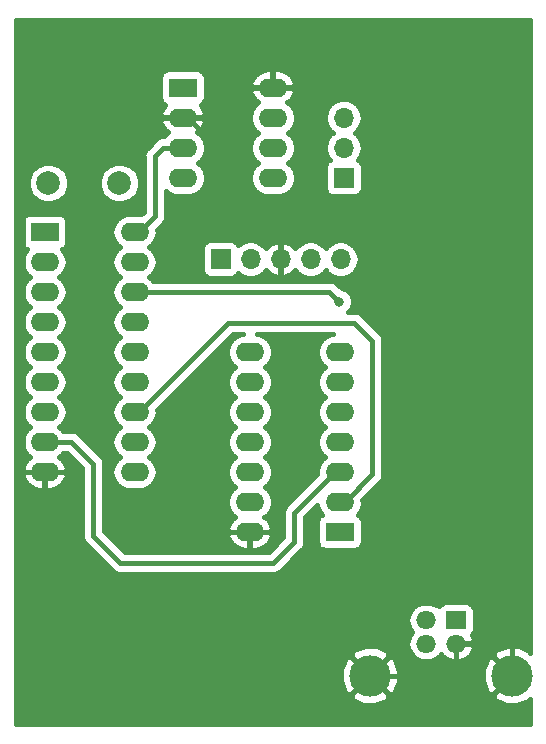
<source format=gbl>
G04 #@! TF.GenerationSoftware,KiCad,Pcbnew,5.0.0*
G04 #@! TF.CreationDate,2018-09-18T18:27:37-04:00*
G04 #@! TF.ProjectId,usbdbg,7573626462672E6B696361645F706362,rev?*
G04 #@! TF.SameCoordinates,Original*
G04 #@! TF.FileFunction,Copper,L2,Bot,Signal*
G04 #@! TF.FilePolarity,Positive*
%FSLAX46Y46*%
G04 Gerber Fmt 4.6, Leading zero omitted, Abs format (unit mm)*
G04 Created by KiCad (PCBNEW 5.0.0) date Tue Sep 18 18:27:37 2018*
%MOMM*%
%LPD*%
G01*
G04 APERTURE LIST*
G04 #@! TA.AperFunction,ComponentPad*
%ADD10R,1.700000X1.700000*%
G04 #@! TD*
G04 #@! TA.AperFunction,ComponentPad*
%ADD11O,1.700000X1.700000*%
G04 #@! TD*
G04 #@! TA.AperFunction,ComponentPad*
%ADD12R,2.400000X1.600000*%
G04 #@! TD*
G04 #@! TA.AperFunction,ComponentPad*
%ADD13O,2.400000X1.600000*%
G04 #@! TD*
G04 #@! TA.AperFunction,ComponentPad*
%ADD14R,1.700000X1.500000*%
G04 #@! TD*
G04 #@! TA.AperFunction,ComponentPad*
%ADD15O,1.700000X1.500000*%
G04 #@! TD*
G04 #@! TA.AperFunction,ComponentPad*
%ADD16C,3.500000*%
G04 #@! TD*
G04 #@! TA.AperFunction,ComponentPad*
%ADD17C,2.000000*%
G04 #@! TD*
G04 #@! TA.AperFunction,ViaPad*
%ADD18C,0.800000*%
G04 #@! TD*
G04 #@! TA.AperFunction,Conductor*
%ADD19C,0.440000*%
G04 #@! TD*
G04 APERTURE END LIST*
D10*
G04 #@! TO.P,J3,1*
G04 #@! TO.N,Net-(J3-Pad1)*
X151000000Y-72540000D03*
D11*
G04 #@! TO.P,J3,2*
G04 #@! TO.N,Net-(J3-Pad2)*
X151000000Y-70000000D03*
G04 #@! TO.P,J3,3*
G04 #@! TO.N,Net-(J3-Pad3)*
X151000000Y-67460000D03*
G04 #@! TD*
D12*
G04 #@! TO.P,U1,1*
G04 #@! TO.N,Net-(TP1-Pad1)*
X137380000Y-64920000D03*
D13*
G04 #@! TO.P,U1,5*
G04 #@! TO.N,+5V*
X145000000Y-72540000D03*
G04 #@! TO.P,U1,2*
G04 #@! TO.N,GND*
X137380000Y-67460000D03*
G04 #@! TO.P,U1,6*
G04 #@! TO.N,Net-(J3-Pad2)*
X145000000Y-70000000D03*
G04 #@! TO.P,U1,3*
G04 #@! TO.N,+5V*
X137380000Y-70000000D03*
G04 #@! TO.P,U1,7*
G04 #@! TO.N,Net-(J3-Pad3)*
X145000000Y-67460000D03*
G04 #@! TO.P,U1,4*
G04 #@! TO.N,Net-(TP2-Pad1)*
X137380000Y-72540000D03*
G04 #@! TO.P,U1,8*
G04 #@! TO.N,GND*
X145000000Y-64920000D03*
G04 #@! TD*
D10*
G04 #@! TO.P,J2,1*
G04 #@! TO.N,/ICSPCLK*
X140568000Y-79444000D03*
D11*
G04 #@! TO.P,J2,2*
G04 #@! TO.N,/ICSPDAT*
X143108000Y-79444000D03*
G04 #@! TO.P,J2,3*
G04 #@! TO.N,GND*
X145648000Y-79444000D03*
G04 #@! TO.P,J2,4*
G04 #@! TO.N,+5V*
X148188000Y-79444000D03*
G04 #@! TO.P,J2,5*
G04 #@! TO.N,/~MCLR*
X150728000Y-79444000D03*
G04 #@! TD*
D14*
G04 #@! TO.P,J1,1*
G04 #@! TO.N,Net-(J1-Pad1)*
X160500000Y-110000000D03*
D15*
G04 #@! TO.P,J1,2*
G04 #@! TO.N,/USB_D-*
X158000000Y-110000000D03*
G04 #@! TO.P,J1,3*
G04 #@! TO.N,/USB_D+*
X158000000Y-112000000D03*
G04 #@! TO.P,J1,4*
G04 #@! TO.N,GND*
X160500000Y-112000000D03*
D16*
G04 #@! TO.P,J1,5*
X165270000Y-114710000D03*
X153230000Y-114710000D03*
G04 #@! TD*
D12*
G04 #@! TO.P,U2,1*
G04 #@! TO.N,+5V*
X150668000Y-102544000D03*
D13*
G04 #@! TO.P,U2,8*
G04 #@! TO.N,/MOSI*
X143048000Y-87304000D03*
G04 #@! TO.P,U2,2*
G04 #@! TO.N,/CAN_INT*
X150668000Y-100004000D03*
G04 #@! TO.P,U2,9*
G04 #@! TO.N,/ICSPCLK*
X143048000Y-89844000D03*
G04 #@! TO.P,U2,3*
G04 #@! TO.N,/CLKOUT*
X150668000Y-97464000D03*
G04 #@! TO.P,U2,10*
G04 #@! TO.N,/ICSPDAT*
X143048000Y-92384000D03*
G04 #@! TO.P,U2,4*
G04 #@! TO.N,/~MCLR*
X150668000Y-94924000D03*
G04 #@! TO.P,U2,11*
G04 #@! TO.N,Net-(C2-Pad1)*
X143048000Y-94924000D03*
G04 #@! TO.P,U2,5*
G04 #@! TO.N,Net-(D2-Pad1)*
X150668000Y-92384000D03*
G04 #@! TO.P,U2,12*
G04 #@! TO.N,/USB_D-*
X143048000Y-97464000D03*
G04 #@! TO.P,U2,6*
G04 #@! TO.N,Net-(D1-Pad1)*
X150668000Y-89844000D03*
G04 #@! TO.P,U2,13*
G04 #@! TO.N,/USB_D+*
X143048000Y-100004000D03*
G04 #@! TO.P,U2,7*
G04 #@! TO.N,/CS*
X150668000Y-87304000D03*
G04 #@! TO.P,U2,14*
G04 #@! TO.N,GND*
X143048000Y-102544000D03*
G04 #@! TD*
D12*
G04 #@! TO.P,U3,1*
G04 #@! TO.N,Net-(TP1-Pad1)*
X125668000Y-77144000D03*
D13*
G04 #@! TO.P,U3,10*
G04 #@! TO.N,Net-(U3-Pad10)*
X133288000Y-97464000D03*
G04 #@! TO.P,U3,2*
G04 #@! TO.N,Net-(TP2-Pad1)*
X125668000Y-79684000D03*
G04 #@! TO.P,U3,11*
G04 #@! TO.N,Net-(U3-Pad11)*
X133288000Y-94924000D03*
G04 #@! TO.P,U3,3*
G04 #@! TO.N,Net-(U3-Pad3)*
X125668000Y-82224000D03*
G04 #@! TO.P,U3,12*
G04 #@! TO.N,/CAN_INT*
X133288000Y-92384000D03*
G04 #@! TO.P,U3,4*
G04 #@! TO.N,Net-(U3-Pad4)*
X125668000Y-84764000D03*
G04 #@! TO.P,U3,13*
G04 #@! TO.N,/ICSPDAT*
X133288000Y-89844000D03*
G04 #@! TO.P,U3,5*
G04 #@! TO.N,Net-(U3-Pad5)*
X125668000Y-87304000D03*
G04 #@! TO.P,U3,14*
G04 #@! TO.N,/MOSI*
X133288000Y-87304000D03*
G04 #@! TO.P,U3,6*
G04 #@! TO.N,Net-(U3-Pad6)*
X125668000Y-89844000D03*
G04 #@! TO.P,U3,15*
G04 #@! TO.N,/ICSPCLK*
X133288000Y-84764000D03*
G04 #@! TO.P,U3,7*
G04 #@! TO.N,Net-(U3-Pad7)*
X125668000Y-92384000D03*
G04 #@! TO.P,U3,16*
G04 #@! TO.N,/CS*
X133288000Y-82224000D03*
G04 #@! TO.P,U3,8*
G04 #@! TO.N,/CLKOUT*
X125668000Y-94924000D03*
G04 #@! TO.P,U3,17*
G04 #@! TO.N,+5V*
X133288000Y-79684000D03*
G04 #@! TO.P,U3,9*
G04 #@! TO.N,GND*
X125668000Y-97464000D03*
G04 #@! TO.P,U3,18*
G04 #@! TO.N,+5V*
X133288000Y-77144000D03*
G04 #@! TD*
D17*
G04 #@! TO.P,TP2,1*
G04 #@! TO.N,Net-(TP2-Pad1)*
X132000000Y-73000000D03*
G04 #@! TD*
G04 #@! TO.P,TP1,1*
G04 #@! TO.N,Net-(TP1-Pad1)*
X126000000Y-73000000D03*
G04 #@! TD*
D18*
G04 #@! TO.N,GND*
X158242000Y-105918000D03*
X146558000Y-108966000D03*
G04 #@! TO.N,/CS*
X150622000Y-83058000D03*
G04 #@! TD*
D19*
G04 #@! TO.N,GND*
X158641999Y-106317999D02*
X161181999Y-106317999D01*
X158242000Y-105918000D02*
X158641999Y-106317999D01*
X165270000Y-110406000D02*
X165270000Y-114710000D01*
X161181999Y-106317999D02*
X165270000Y-110406000D01*
X163676000Y-112000000D02*
X165270000Y-110406000D01*
X160500000Y-112000000D02*
X163676000Y-112000000D01*
X160966000Y-114710000D02*
X163676000Y-112000000D01*
X156718000Y-114710000D02*
X156718000Y-113792000D01*
X156718000Y-114710000D02*
X160966000Y-114710000D01*
X153230000Y-114710000D02*
X156718000Y-114710000D01*
X156718000Y-113792000D02*
X156718000Y-113030000D01*
X156718000Y-113030000D02*
X152654000Y-108966000D01*
X152654000Y-108966000D02*
X146558000Y-108966000D01*
X146558000Y-108966000D02*
X134112000Y-108966000D01*
X125668000Y-100522000D02*
X125668000Y-97464000D01*
X134112000Y-108966000D02*
X125668000Y-100522000D01*
X145648000Y-78241919D02*
X140000000Y-72593919D01*
X145648000Y-79444000D02*
X145648000Y-78241919D01*
X137780000Y-67460000D02*
X137380000Y-67460000D01*
X140000000Y-69680000D02*
X137780000Y-67460000D01*
X140000000Y-72593919D02*
X140000000Y-69680000D01*
X137380000Y-67460000D02*
X127540000Y-67460000D01*
X125668000Y-100522000D02*
X124522000Y-100522000D01*
X123807990Y-99807990D02*
X123807990Y-70192010D01*
X124522000Y-100522000D02*
X123807990Y-99807990D01*
X126540000Y-67460000D02*
X127540000Y-67460000D01*
X123807990Y-70192010D02*
X126540000Y-67460000D01*
G04 #@! TO.N,/CAN_INT*
X133688000Y-92384000D02*
X141236000Y-84836000D01*
X133288000Y-92384000D02*
X133688000Y-92384000D01*
X141236000Y-84836000D02*
X151892000Y-84836000D01*
X151892000Y-84836000D02*
X153416000Y-86360000D01*
X151068000Y-100004000D02*
X150668000Y-100004000D01*
X153416000Y-97656000D02*
X151068000Y-100004000D01*
X153416000Y-86360000D02*
X153416000Y-97656000D01*
G04 #@! TO.N,+5V*
X135740000Y-70000000D02*
X137380000Y-70000000D01*
X135000000Y-70740000D02*
X135740000Y-70000000D01*
X135000000Y-75832000D02*
X135000000Y-70740000D01*
X133688000Y-77144000D02*
X135000000Y-75832000D01*
X133288000Y-77144000D02*
X133688000Y-77144000D01*
G04 #@! TO.N,/CS*
X133288000Y-82224000D02*
X149788000Y-82224000D01*
X149788000Y-82224000D02*
X150622000Y-83058000D01*
G04 #@! TO.N,/CLKOUT*
X127944000Y-94924000D02*
X125668000Y-94924000D01*
X150268000Y-97464000D02*
X146812000Y-100920000D01*
X132080000Y-105156000D02*
X129794000Y-102870000D01*
X129794000Y-96774000D02*
X127944000Y-94924000D01*
X129794000Y-102870000D02*
X129794000Y-96774000D01*
X150668000Y-97464000D02*
X150268000Y-97464000D01*
X145034000Y-105156000D02*
X132080000Y-105156000D01*
X146812000Y-100920000D02*
X146812000Y-103378000D01*
X146812000Y-103378000D02*
X145034000Y-105156000D01*
G04 #@! TD*
G04 #@! TO.N,GND*
G36*
X166780000Y-112760191D02*
X166727426Y-112646181D01*
X165826696Y-112245547D01*
X164841215Y-112220104D01*
X163921012Y-112573725D01*
X163812574Y-112646181D01*
X163636371Y-113028288D01*
X165270000Y-114661917D01*
X165284143Y-114647775D01*
X165332226Y-114695858D01*
X165318083Y-114710000D01*
X165332226Y-114724143D01*
X165284143Y-114772226D01*
X165270000Y-114758083D01*
X163636371Y-116391712D01*
X163812574Y-116773819D01*
X164713304Y-117174453D01*
X165698785Y-117199896D01*
X166618988Y-116846275D01*
X166727426Y-116773819D01*
X166780000Y-116659809D01*
X166780000Y-118780000D01*
X123220000Y-118780000D01*
X123220000Y-116391712D01*
X151596371Y-116391712D01*
X151772574Y-116773819D01*
X152673304Y-117174453D01*
X153658785Y-117199896D01*
X154578988Y-116846275D01*
X154687426Y-116773819D01*
X154863629Y-116391712D01*
X153230000Y-114758083D01*
X151596371Y-116391712D01*
X123220000Y-116391712D01*
X123220000Y-115138785D01*
X150740104Y-115138785D01*
X151093725Y-116058988D01*
X151166181Y-116167426D01*
X151548288Y-116343629D01*
X153181917Y-114710000D01*
X153278083Y-114710000D01*
X154911712Y-116343629D01*
X155293819Y-116167426D01*
X155694453Y-115266696D01*
X155697755Y-115138785D01*
X162780104Y-115138785D01*
X163133725Y-116058988D01*
X163206181Y-116167426D01*
X163588288Y-116343629D01*
X165221917Y-114710000D01*
X163588288Y-113076371D01*
X163206181Y-113252574D01*
X162805547Y-114153304D01*
X162780104Y-115138785D01*
X155697755Y-115138785D01*
X155719896Y-114281215D01*
X155366275Y-113361012D01*
X155293819Y-113252574D01*
X154911712Y-113076371D01*
X153278083Y-114710000D01*
X153181917Y-114710000D01*
X151548288Y-113076371D01*
X151166181Y-113252574D01*
X150765547Y-114153304D01*
X150740104Y-115138785D01*
X123220000Y-115138785D01*
X123220000Y-113028288D01*
X151596371Y-113028288D01*
X153230000Y-114661917D01*
X154863629Y-113028288D01*
X154687426Y-112646181D01*
X153786696Y-112245547D01*
X152801215Y-112220104D01*
X151881012Y-112573725D01*
X151772574Y-112646181D01*
X151596371Y-113028288D01*
X123220000Y-113028288D01*
X123220000Y-110000000D01*
X156393045Y-110000000D01*
X156507755Y-110576687D01*
X156790604Y-111000000D01*
X156507755Y-111423313D01*
X156393045Y-112000000D01*
X156507755Y-112576687D01*
X156834422Y-113065578D01*
X157323313Y-113392245D01*
X157754433Y-113478000D01*
X158245567Y-113478000D01*
X158676687Y-113392245D01*
X159165578Y-113065578D01*
X159264792Y-112917094D01*
X159330854Y-113021062D01*
X159802982Y-113352483D01*
X160366000Y-113478000D01*
X160466000Y-113478000D01*
X160466000Y-112034000D01*
X160534000Y-112034000D01*
X160534000Y-113478000D01*
X160634000Y-113478000D01*
X161197018Y-113352483D01*
X161669146Y-113021062D01*
X161978506Y-112534194D01*
X162054098Y-112264730D01*
X161895554Y-112034000D01*
X160534000Y-112034000D01*
X160466000Y-112034000D01*
X160446000Y-112034000D01*
X160446000Y-111966000D01*
X160466000Y-111966000D01*
X160466000Y-111946000D01*
X160534000Y-111946000D01*
X160534000Y-111966000D01*
X161895554Y-111966000D01*
X162054098Y-111735270D01*
X161978506Y-111465806D01*
X161862446Y-111283152D01*
X161874858Y-111274858D01*
X162035761Y-111034051D01*
X162092262Y-110750000D01*
X162092262Y-109250000D01*
X162035761Y-108965949D01*
X161874858Y-108725142D01*
X161634051Y-108564239D01*
X161350000Y-108507738D01*
X159650000Y-108507738D01*
X159365949Y-108564239D01*
X159125142Y-108725142D01*
X159040948Y-108851147D01*
X158676687Y-108607755D01*
X158245567Y-108522000D01*
X157754433Y-108522000D01*
X157323313Y-108607755D01*
X156834422Y-108934422D01*
X156507755Y-109423313D01*
X156393045Y-110000000D01*
X123220000Y-110000000D01*
X123220000Y-97736554D01*
X123764504Y-97736554D01*
X123843300Y-98017329D01*
X124163499Y-98520418D01*
X124651848Y-98862677D01*
X125234000Y-98992000D01*
X125634000Y-98992000D01*
X125634000Y-97498000D01*
X125702000Y-97498000D01*
X125702000Y-98992000D01*
X126102000Y-98992000D01*
X126684152Y-98862677D01*
X127172501Y-98520418D01*
X127492700Y-98017329D01*
X127571496Y-97736554D01*
X127413571Y-97498000D01*
X125702000Y-97498000D01*
X125634000Y-97498000D01*
X123922429Y-97498000D01*
X123764504Y-97736554D01*
X123220000Y-97736554D01*
X123220000Y-79684000D01*
X123710065Y-79684000D01*
X123828656Y-80280196D01*
X124166374Y-80785626D01*
X124418363Y-80954000D01*
X124166374Y-81122374D01*
X123828656Y-81627804D01*
X123710065Y-82224000D01*
X123828656Y-82820196D01*
X124166374Y-83325626D01*
X124418363Y-83494000D01*
X124166374Y-83662374D01*
X123828656Y-84167804D01*
X123710065Y-84764000D01*
X123828656Y-85360196D01*
X124166374Y-85865626D01*
X124418363Y-86034000D01*
X124166374Y-86202374D01*
X123828656Y-86707804D01*
X123710065Y-87304000D01*
X123828656Y-87900196D01*
X124166374Y-88405626D01*
X124418363Y-88574000D01*
X124166374Y-88742374D01*
X123828656Y-89247804D01*
X123710065Y-89844000D01*
X123828656Y-90440196D01*
X124166374Y-90945626D01*
X124418363Y-91114000D01*
X124166374Y-91282374D01*
X123828656Y-91787804D01*
X123710065Y-92384000D01*
X123828656Y-92980196D01*
X124166374Y-93485626D01*
X124418363Y-93654000D01*
X124166374Y-93822374D01*
X123828656Y-94327804D01*
X123710065Y-94924000D01*
X123828656Y-95520196D01*
X124166374Y-96025626D01*
X124443900Y-96211063D01*
X124163499Y-96407582D01*
X123843300Y-96910671D01*
X123764504Y-97191446D01*
X123922429Y-97430000D01*
X125634000Y-97430000D01*
X125634000Y-97410000D01*
X125702000Y-97410000D01*
X125702000Y-97430000D01*
X127413571Y-97430000D01*
X127571496Y-97191446D01*
X127492700Y-96910671D01*
X127172501Y-96407582D01*
X126892100Y-96211063D01*
X127169626Y-96025626D01*
X127272276Y-95872000D01*
X127551326Y-95872000D01*
X128846001Y-97166676D01*
X128846000Y-102776634D01*
X128827428Y-102870000D01*
X128846000Y-102963366D01*
X128846000Y-102963367D01*
X128901004Y-103239890D01*
X129110530Y-103553470D01*
X129189686Y-103606360D01*
X131343641Y-105760316D01*
X131396530Y-105839470D01*
X131710109Y-106048996D01*
X131986632Y-106104000D01*
X131986633Y-106104000D01*
X132079999Y-106122572D01*
X132173365Y-106104000D01*
X144940634Y-106104000D01*
X145034000Y-106122572D01*
X145127366Y-106104000D01*
X145127368Y-106104000D01*
X145403891Y-106048996D01*
X145717470Y-105839470D01*
X145770360Y-105760314D01*
X147416314Y-104114360D01*
X147495470Y-104061470D01*
X147704996Y-103747891D01*
X147760000Y-103471368D01*
X147778572Y-103378000D01*
X147760000Y-103284632D01*
X147760000Y-101312674D01*
X148769562Y-100303112D01*
X148828656Y-100600196D01*
X149149909Y-101080984D01*
X148943142Y-101219142D01*
X148782239Y-101459949D01*
X148725738Y-101744000D01*
X148725738Y-103344000D01*
X148782239Y-103628051D01*
X148943142Y-103868858D01*
X149183949Y-104029761D01*
X149468000Y-104086262D01*
X151868000Y-104086262D01*
X152152051Y-104029761D01*
X152392858Y-103868858D01*
X152553761Y-103628051D01*
X152610262Y-103344000D01*
X152610262Y-101744000D01*
X152553761Y-101459949D01*
X152392858Y-101219142D01*
X152186091Y-101080984D01*
X152507344Y-100600196D01*
X152625935Y-100004000D01*
X152589889Y-99822785D01*
X154020316Y-98392359D01*
X154099470Y-98339470D01*
X154308996Y-98025891D01*
X154364000Y-97749368D01*
X154364000Y-97749367D01*
X154382572Y-97656001D01*
X154364000Y-97562635D01*
X154364000Y-86453365D01*
X154382572Y-86359999D01*
X154351218Y-86202374D01*
X154308996Y-85990109D01*
X154099470Y-85676530D01*
X154020317Y-85623642D01*
X152628360Y-84231686D01*
X152575470Y-84152530D01*
X152261891Y-83943004D01*
X151985368Y-83888000D01*
X151985366Y-83888000D01*
X151892000Y-83869428D01*
X151798634Y-83888000D01*
X151387233Y-83888000D01*
X151578272Y-83696961D01*
X151750000Y-83282373D01*
X151750000Y-82833627D01*
X151578272Y-82419039D01*
X151260961Y-82101728D01*
X150846373Y-81930000D01*
X150834674Y-81930000D01*
X150524360Y-81619686D01*
X150471470Y-81540530D01*
X150157891Y-81331004D01*
X149881368Y-81276000D01*
X149881366Y-81276000D01*
X149788000Y-81257428D01*
X149694634Y-81276000D01*
X134892276Y-81276000D01*
X134789626Y-81122374D01*
X134537637Y-80954000D01*
X134789626Y-80785626D01*
X135127344Y-80280196D01*
X135245935Y-79684000D01*
X135127344Y-79087804D01*
X134797395Y-78594000D01*
X138975738Y-78594000D01*
X138975738Y-80294000D01*
X139032239Y-80578051D01*
X139193142Y-80818858D01*
X139433949Y-80979761D01*
X139718000Y-81036262D01*
X141418000Y-81036262D01*
X141702051Y-80979761D01*
X141942858Y-80818858D01*
X142060901Y-80642195D01*
X142492295Y-80930443D01*
X142952584Y-81022000D01*
X143263416Y-81022000D01*
X143723705Y-80930443D01*
X144245674Y-80581674D01*
X144388609Y-80367756D01*
X144748195Y-80740319D01*
X145312768Y-80985983D01*
X145367622Y-80996892D01*
X145614000Y-80839586D01*
X145614000Y-79478000D01*
X145594000Y-79478000D01*
X145594000Y-79410000D01*
X145614000Y-79410000D01*
X145614000Y-78048414D01*
X145682000Y-78048414D01*
X145682000Y-79410000D01*
X145702000Y-79410000D01*
X145702000Y-79478000D01*
X145682000Y-79478000D01*
X145682000Y-80839586D01*
X145928378Y-80996892D01*
X145983232Y-80985983D01*
X146547805Y-80740319D01*
X146907391Y-80367756D01*
X147050326Y-80581674D01*
X147572295Y-80930443D01*
X148032584Y-81022000D01*
X148343416Y-81022000D01*
X148803705Y-80930443D01*
X149325674Y-80581674D01*
X149458000Y-80383634D01*
X149590326Y-80581674D01*
X150112295Y-80930443D01*
X150572584Y-81022000D01*
X150883416Y-81022000D01*
X151343705Y-80930443D01*
X151865674Y-80581674D01*
X152214443Y-80059705D01*
X152336914Y-79444000D01*
X152214443Y-78828295D01*
X151865674Y-78306326D01*
X151343705Y-77957557D01*
X150883416Y-77866000D01*
X150572584Y-77866000D01*
X150112295Y-77957557D01*
X149590326Y-78306326D01*
X149458000Y-78504366D01*
X149325674Y-78306326D01*
X148803705Y-77957557D01*
X148343416Y-77866000D01*
X148032584Y-77866000D01*
X147572295Y-77957557D01*
X147050326Y-78306326D01*
X146907391Y-78520244D01*
X146547805Y-78147681D01*
X145983232Y-77902017D01*
X145928378Y-77891108D01*
X145682000Y-78048414D01*
X145614000Y-78048414D01*
X145367622Y-77891108D01*
X145312768Y-77902017D01*
X144748195Y-78147681D01*
X144388609Y-78520244D01*
X144245674Y-78306326D01*
X143723705Y-77957557D01*
X143263416Y-77866000D01*
X142952584Y-77866000D01*
X142492295Y-77957557D01*
X142060901Y-78245805D01*
X141942858Y-78069142D01*
X141702051Y-77908239D01*
X141418000Y-77851738D01*
X139718000Y-77851738D01*
X139433949Y-77908239D01*
X139193142Y-78069142D01*
X139032239Y-78309949D01*
X138975738Y-78594000D01*
X134797395Y-78594000D01*
X134789626Y-78582374D01*
X134537637Y-78414000D01*
X134789626Y-78245626D01*
X135127344Y-77740196D01*
X135245935Y-77144000D01*
X135209889Y-76962786D01*
X135604317Y-76568358D01*
X135683470Y-76515470D01*
X135892996Y-76201891D01*
X135948000Y-75925368D01*
X135948000Y-75925367D01*
X135966572Y-75832001D01*
X135948000Y-75738635D01*
X135948000Y-73688149D01*
X136383804Y-73979344D01*
X136829507Y-74068000D01*
X137930493Y-74068000D01*
X138376196Y-73979344D01*
X138881626Y-73641626D01*
X139219344Y-73136196D01*
X139337935Y-72540000D01*
X139219344Y-71943804D01*
X138881626Y-71438374D01*
X138629637Y-71270000D01*
X138881626Y-71101626D01*
X139219344Y-70596196D01*
X139337935Y-70000000D01*
X139219344Y-69403804D01*
X138881626Y-68898374D01*
X138604100Y-68712937D01*
X138884501Y-68516418D01*
X139204700Y-68013329D01*
X139283496Y-67732554D01*
X139125571Y-67494000D01*
X137414000Y-67494000D01*
X137414000Y-67514000D01*
X137346000Y-67514000D01*
X137346000Y-67494000D01*
X135634429Y-67494000D01*
X135476504Y-67732554D01*
X135555300Y-68013329D01*
X135875499Y-68516418D01*
X136155900Y-68712937D01*
X135878374Y-68898374D01*
X135782487Y-69041879D01*
X135739999Y-69033428D01*
X135646633Y-69052000D01*
X135646632Y-69052000D01*
X135370109Y-69107004D01*
X135056530Y-69316530D01*
X135003641Y-69395684D01*
X134395684Y-70003642D01*
X134316531Y-70056530D01*
X134263643Y-70135683D01*
X134263642Y-70135684D01*
X134107005Y-70370109D01*
X134033428Y-70740000D01*
X134052001Y-70833371D01*
X134052000Y-75439325D01*
X133869214Y-75622111D01*
X133838493Y-75616000D01*
X132737507Y-75616000D01*
X132291804Y-75704656D01*
X131786374Y-76042374D01*
X131448656Y-76547804D01*
X131330065Y-77144000D01*
X131448656Y-77740196D01*
X131786374Y-78245626D01*
X132038363Y-78414000D01*
X131786374Y-78582374D01*
X131448656Y-79087804D01*
X131330065Y-79684000D01*
X131448656Y-80280196D01*
X131786374Y-80785626D01*
X132038363Y-80954000D01*
X131786374Y-81122374D01*
X131448656Y-81627804D01*
X131330065Y-82224000D01*
X131448656Y-82820196D01*
X131786374Y-83325626D01*
X132038363Y-83494000D01*
X131786374Y-83662374D01*
X131448656Y-84167804D01*
X131330065Y-84764000D01*
X131448656Y-85360196D01*
X131786374Y-85865626D01*
X132038363Y-86034000D01*
X131786374Y-86202374D01*
X131448656Y-86707804D01*
X131330065Y-87304000D01*
X131448656Y-87900196D01*
X131786374Y-88405626D01*
X132038363Y-88574000D01*
X131786374Y-88742374D01*
X131448656Y-89247804D01*
X131330065Y-89844000D01*
X131448656Y-90440196D01*
X131786374Y-90945626D01*
X132038363Y-91114000D01*
X131786374Y-91282374D01*
X131448656Y-91787804D01*
X131330065Y-92384000D01*
X131448656Y-92980196D01*
X131786374Y-93485626D01*
X132038363Y-93654000D01*
X131786374Y-93822374D01*
X131448656Y-94327804D01*
X131330065Y-94924000D01*
X131448656Y-95520196D01*
X131786374Y-96025626D01*
X132038363Y-96194000D01*
X131786374Y-96362374D01*
X131448656Y-96867804D01*
X131330065Y-97464000D01*
X131448656Y-98060196D01*
X131786374Y-98565626D01*
X132291804Y-98903344D01*
X132737507Y-98992000D01*
X133838493Y-98992000D01*
X134284196Y-98903344D01*
X134789626Y-98565626D01*
X135127344Y-98060196D01*
X135245935Y-97464000D01*
X135127344Y-96867804D01*
X134789626Y-96362374D01*
X134537637Y-96194000D01*
X134789626Y-96025626D01*
X135127344Y-95520196D01*
X135245935Y-94924000D01*
X135127344Y-94327804D01*
X134789626Y-93822374D01*
X134537637Y-93654000D01*
X134789626Y-93485626D01*
X135127344Y-92980196D01*
X135245935Y-92384000D01*
X135209889Y-92202785D01*
X141628675Y-85784000D01*
X142457288Y-85784000D01*
X142051804Y-85864656D01*
X141546374Y-86202374D01*
X141208656Y-86707804D01*
X141090065Y-87304000D01*
X141208656Y-87900196D01*
X141546374Y-88405626D01*
X141798363Y-88574000D01*
X141546374Y-88742374D01*
X141208656Y-89247804D01*
X141090065Y-89844000D01*
X141208656Y-90440196D01*
X141546374Y-90945626D01*
X141798363Y-91114000D01*
X141546374Y-91282374D01*
X141208656Y-91787804D01*
X141090065Y-92384000D01*
X141208656Y-92980196D01*
X141546374Y-93485626D01*
X141798363Y-93654000D01*
X141546374Y-93822374D01*
X141208656Y-94327804D01*
X141090065Y-94924000D01*
X141208656Y-95520196D01*
X141546374Y-96025626D01*
X141798363Y-96194000D01*
X141546374Y-96362374D01*
X141208656Y-96867804D01*
X141090065Y-97464000D01*
X141208656Y-98060196D01*
X141546374Y-98565626D01*
X141798363Y-98734000D01*
X141546374Y-98902374D01*
X141208656Y-99407804D01*
X141090065Y-100004000D01*
X141208656Y-100600196D01*
X141546374Y-101105626D01*
X141823900Y-101291063D01*
X141543499Y-101487582D01*
X141223300Y-101990671D01*
X141144504Y-102271446D01*
X141302429Y-102510000D01*
X143014000Y-102510000D01*
X143014000Y-102490000D01*
X143082000Y-102490000D01*
X143082000Y-102510000D01*
X144793571Y-102510000D01*
X144951496Y-102271446D01*
X144872700Y-101990671D01*
X144552501Y-101487582D01*
X144272100Y-101291063D01*
X144549626Y-101105626D01*
X144887344Y-100600196D01*
X145005935Y-100004000D01*
X144887344Y-99407804D01*
X144549626Y-98902374D01*
X144297637Y-98734000D01*
X144549626Y-98565626D01*
X144887344Y-98060196D01*
X145005935Y-97464000D01*
X144887344Y-96867804D01*
X144549626Y-96362374D01*
X144297637Y-96194000D01*
X144549626Y-96025626D01*
X144887344Y-95520196D01*
X145005935Y-94924000D01*
X144887344Y-94327804D01*
X144549626Y-93822374D01*
X144297637Y-93654000D01*
X144549626Y-93485626D01*
X144887344Y-92980196D01*
X145005935Y-92384000D01*
X144887344Y-91787804D01*
X144549626Y-91282374D01*
X144297637Y-91114000D01*
X144549626Y-90945626D01*
X144887344Y-90440196D01*
X145005935Y-89844000D01*
X144887344Y-89247804D01*
X144549626Y-88742374D01*
X144297637Y-88574000D01*
X144549626Y-88405626D01*
X144887344Y-87900196D01*
X145005935Y-87304000D01*
X144887344Y-86707804D01*
X144549626Y-86202374D01*
X144044196Y-85864656D01*
X143638712Y-85784000D01*
X150077288Y-85784000D01*
X149671804Y-85864656D01*
X149166374Y-86202374D01*
X148828656Y-86707804D01*
X148710065Y-87304000D01*
X148828656Y-87900196D01*
X149166374Y-88405626D01*
X149418363Y-88574000D01*
X149166374Y-88742374D01*
X148828656Y-89247804D01*
X148710065Y-89844000D01*
X148828656Y-90440196D01*
X149166374Y-90945626D01*
X149418363Y-91114000D01*
X149166374Y-91282374D01*
X148828656Y-91787804D01*
X148710065Y-92384000D01*
X148828656Y-92980196D01*
X149166374Y-93485626D01*
X149418363Y-93654000D01*
X149166374Y-93822374D01*
X148828656Y-94327804D01*
X148710065Y-94924000D01*
X148828656Y-95520196D01*
X149166374Y-96025626D01*
X149418363Y-96194000D01*
X149166374Y-96362374D01*
X148828656Y-96867804D01*
X148710065Y-97464000D01*
X148746111Y-97645214D01*
X146207686Y-100183640D01*
X146128530Y-100236530D01*
X145919004Y-100550110D01*
X145864000Y-100826632D01*
X145845428Y-100920000D01*
X145864000Y-101013367D01*
X145864001Y-102985325D01*
X144641326Y-104208000D01*
X132472675Y-104208000D01*
X131081229Y-102816554D01*
X141144504Y-102816554D01*
X141223300Y-103097329D01*
X141543499Y-103600418D01*
X142031848Y-103942677D01*
X142614000Y-104072000D01*
X143014000Y-104072000D01*
X143014000Y-102578000D01*
X143082000Y-102578000D01*
X143082000Y-104072000D01*
X143482000Y-104072000D01*
X144064152Y-103942677D01*
X144552501Y-103600418D01*
X144872700Y-103097329D01*
X144951496Y-102816554D01*
X144793571Y-102578000D01*
X143082000Y-102578000D01*
X143014000Y-102578000D01*
X141302429Y-102578000D01*
X141144504Y-102816554D01*
X131081229Y-102816554D01*
X130742000Y-102477326D01*
X130742000Y-96867366D01*
X130760572Y-96773999D01*
X130742000Y-96680632D01*
X130686996Y-96404109D01*
X130477470Y-96090530D01*
X130398316Y-96037641D01*
X128680360Y-94319686D01*
X128627470Y-94240530D01*
X128313891Y-94031004D01*
X128037368Y-93976000D01*
X128037366Y-93976000D01*
X127944000Y-93957428D01*
X127850634Y-93976000D01*
X127272276Y-93976000D01*
X127169626Y-93822374D01*
X126917637Y-93654000D01*
X127169626Y-93485626D01*
X127507344Y-92980196D01*
X127625935Y-92384000D01*
X127507344Y-91787804D01*
X127169626Y-91282374D01*
X126917637Y-91114000D01*
X127169626Y-90945626D01*
X127507344Y-90440196D01*
X127625935Y-89844000D01*
X127507344Y-89247804D01*
X127169626Y-88742374D01*
X126917637Y-88574000D01*
X127169626Y-88405626D01*
X127507344Y-87900196D01*
X127625935Y-87304000D01*
X127507344Y-86707804D01*
X127169626Y-86202374D01*
X126917637Y-86034000D01*
X127169626Y-85865626D01*
X127507344Y-85360196D01*
X127625935Y-84764000D01*
X127507344Y-84167804D01*
X127169626Y-83662374D01*
X126917637Y-83494000D01*
X127169626Y-83325626D01*
X127507344Y-82820196D01*
X127625935Y-82224000D01*
X127507344Y-81627804D01*
X127169626Y-81122374D01*
X126917637Y-80954000D01*
X127169626Y-80785626D01*
X127507344Y-80280196D01*
X127625935Y-79684000D01*
X127507344Y-79087804D01*
X127186091Y-78607016D01*
X127392858Y-78468858D01*
X127553761Y-78228051D01*
X127610262Y-77944000D01*
X127610262Y-76344000D01*
X127553761Y-76059949D01*
X127392858Y-75819142D01*
X127152051Y-75658239D01*
X126868000Y-75601738D01*
X124468000Y-75601738D01*
X124183949Y-75658239D01*
X123943142Y-75819142D01*
X123782239Y-76059949D01*
X123725738Y-76344000D01*
X123725738Y-77944000D01*
X123782239Y-78228051D01*
X123943142Y-78468858D01*
X124149909Y-78607016D01*
X123828656Y-79087804D01*
X123710065Y-79684000D01*
X123220000Y-79684000D01*
X123220000Y-72656279D01*
X124272000Y-72656279D01*
X124272000Y-73343721D01*
X124535072Y-73978834D01*
X125021166Y-74464928D01*
X125656279Y-74728000D01*
X126343721Y-74728000D01*
X126978834Y-74464928D01*
X127464928Y-73978834D01*
X127728000Y-73343721D01*
X127728000Y-72656279D01*
X130272000Y-72656279D01*
X130272000Y-73343721D01*
X130535072Y-73978834D01*
X131021166Y-74464928D01*
X131656279Y-74728000D01*
X132343721Y-74728000D01*
X132978834Y-74464928D01*
X133464928Y-73978834D01*
X133728000Y-73343721D01*
X133728000Y-72656279D01*
X133464928Y-72021166D01*
X132978834Y-71535072D01*
X132343721Y-71272000D01*
X131656279Y-71272000D01*
X131021166Y-71535072D01*
X130535072Y-72021166D01*
X130272000Y-72656279D01*
X127728000Y-72656279D01*
X127464928Y-72021166D01*
X126978834Y-71535072D01*
X126343721Y-71272000D01*
X125656279Y-71272000D01*
X125021166Y-71535072D01*
X124535072Y-72021166D01*
X124272000Y-72656279D01*
X123220000Y-72656279D01*
X123220000Y-67460000D01*
X143042065Y-67460000D01*
X143160656Y-68056196D01*
X143498374Y-68561626D01*
X143750363Y-68730000D01*
X143498374Y-68898374D01*
X143160656Y-69403804D01*
X143042065Y-70000000D01*
X143160656Y-70596196D01*
X143498374Y-71101626D01*
X143750363Y-71270000D01*
X143498374Y-71438374D01*
X143160656Y-71943804D01*
X143042065Y-72540000D01*
X143160656Y-73136196D01*
X143498374Y-73641626D01*
X144003804Y-73979344D01*
X144449507Y-74068000D01*
X145550493Y-74068000D01*
X145996196Y-73979344D01*
X146501626Y-73641626D01*
X146839344Y-73136196D01*
X146957935Y-72540000D01*
X146839344Y-71943804D01*
X146501626Y-71438374D01*
X146249637Y-71270000D01*
X146501626Y-71101626D01*
X146839344Y-70596196D01*
X146957935Y-70000000D01*
X146839344Y-69403804D01*
X146501626Y-68898374D01*
X146249637Y-68730000D01*
X146501626Y-68561626D01*
X146839344Y-68056196D01*
X146957935Y-67460000D01*
X149391086Y-67460000D01*
X149513557Y-68075705D01*
X149862326Y-68597674D01*
X150060366Y-68730000D01*
X149862326Y-68862326D01*
X149513557Y-69384295D01*
X149391086Y-70000000D01*
X149513557Y-70615705D01*
X149801805Y-71047099D01*
X149625142Y-71165142D01*
X149464239Y-71405949D01*
X149407738Y-71690000D01*
X149407738Y-73390000D01*
X149464239Y-73674051D01*
X149625142Y-73914858D01*
X149865949Y-74075761D01*
X150150000Y-74132262D01*
X151850000Y-74132262D01*
X152134051Y-74075761D01*
X152374858Y-73914858D01*
X152535761Y-73674051D01*
X152592262Y-73390000D01*
X152592262Y-71690000D01*
X152535761Y-71405949D01*
X152374858Y-71165142D01*
X152198195Y-71047099D01*
X152486443Y-70615705D01*
X152608914Y-70000000D01*
X152486443Y-69384295D01*
X152137674Y-68862326D01*
X151939634Y-68730000D01*
X152137674Y-68597674D01*
X152486443Y-68075705D01*
X152608914Y-67460000D01*
X152486443Y-66844295D01*
X152137674Y-66322326D01*
X151615705Y-65973557D01*
X151155416Y-65882000D01*
X150844584Y-65882000D01*
X150384295Y-65973557D01*
X149862326Y-66322326D01*
X149513557Y-66844295D01*
X149391086Y-67460000D01*
X146957935Y-67460000D01*
X146839344Y-66863804D01*
X146501626Y-66358374D01*
X146224100Y-66172937D01*
X146504501Y-65976418D01*
X146824700Y-65473329D01*
X146903496Y-65192554D01*
X146745571Y-64954000D01*
X145034000Y-64954000D01*
X145034000Y-64974000D01*
X144966000Y-64974000D01*
X144966000Y-64954000D01*
X143254429Y-64954000D01*
X143096504Y-65192554D01*
X143175300Y-65473329D01*
X143495499Y-65976418D01*
X143775900Y-66172937D01*
X143498374Y-66358374D01*
X143160656Y-66863804D01*
X143042065Y-67460000D01*
X123220000Y-67460000D01*
X123220000Y-64120000D01*
X135437738Y-64120000D01*
X135437738Y-65720000D01*
X135494239Y-66004051D01*
X135655142Y-66244858D01*
X135883888Y-66397702D01*
X135875499Y-66403582D01*
X135555300Y-66906671D01*
X135476504Y-67187446D01*
X135634429Y-67426000D01*
X137346000Y-67426000D01*
X137346000Y-67406000D01*
X137414000Y-67406000D01*
X137414000Y-67426000D01*
X139125571Y-67426000D01*
X139283496Y-67187446D01*
X139204700Y-66906671D01*
X138884501Y-66403582D01*
X138876112Y-66397702D01*
X139104858Y-66244858D01*
X139265761Y-66004051D01*
X139322262Y-65720000D01*
X139322262Y-64647446D01*
X143096504Y-64647446D01*
X143254429Y-64886000D01*
X144966000Y-64886000D01*
X144966000Y-63392000D01*
X145034000Y-63392000D01*
X145034000Y-64886000D01*
X146745571Y-64886000D01*
X146903496Y-64647446D01*
X146824700Y-64366671D01*
X146504501Y-63863582D01*
X146016152Y-63521323D01*
X145434000Y-63392000D01*
X145034000Y-63392000D01*
X144966000Y-63392000D01*
X144566000Y-63392000D01*
X143983848Y-63521323D01*
X143495499Y-63863582D01*
X143175300Y-64366671D01*
X143096504Y-64647446D01*
X139322262Y-64647446D01*
X139322262Y-64120000D01*
X139265761Y-63835949D01*
X139104858Y-63595142D01*
X138864051Y-63434239D01*
X138580000Y-63377738D01*
X136180000Y-63377738D01*
X135895949Y-63434239D01*
X135655142Y-63595142D01*
X135494239Y-63835949D01*
X135437738Y-64120000D01*
X123220000Y-64120000D01*
X123220000Y-59220000D01*
X166780000Y-59220000D01*
X166780000Y-112760191D01*
X166780000Y-112760191D01*
G37*
X166780000Y-112760191D02*
X166727426Y-112646181D01*
X165826696Y-112245547D01*
X164841215Y-112220104D01*
X163921012Y-112573725D01*
X163812574Y-112646181D01*
X163636371Y-113028288D01*
X165270000Y-114661917D01*
X165284143Y-114647775D01*
X165332226Y-114695858D01*
X165318083Y-114710000D01*
X165332226Y-114724143D01*
X165284143Y-114772226D01*
X165270000Y-114758083D01*
X163636371Y-116391712D01*
X163812574Y-116773819D01*
X164713304Y-117174453D01*
X165698785Y-117199896D01*
X166618988Y-116846275D01*
X166727426Y-116773819D01*
X166780000Y-116659809D01*
X166780000Y-118780000D01*
X123220000Y-118780000D01*
X123220000Y-116391712D01*
X151596371Y-116391712D01*
X151772574Y-116773819D01*
X152673304Y-117174453D01*
X153658785Y-117199896D01*
X154578988Y-116846275D01*
X154687426Y-116773819D01*
X154863629Y-116391712D01*
X153230000Y-114758083D01*
X151596371Y-116391712D01*
X123220000Y-116391712D01*
X123220000Y-115138785D01*
X150740104Y-115138785D01*
X151093725Y-116058988D01*
X151166181Y-116167426D01*
X151548288Y-116343629D01*
X153181917Y-114710000D01*
X153278083Y-114710000D01*
X154911712Y-116343629D01*
X155293819Y-116167426D01*
X155694453Y-115266696D01*
X155697755Y-115138785D01*
X162780104Y-115138785D01*
X163133725Y-116058988D01*
X163206181Y-116167426D01*
X163588288Y-116343629D01*
X165221917Y-114710000D01*
X163588288Y-113076371D01*
X163206181Y-113252574D01*
X162805547Y-114153304D01*
X162780104Y-115138785D01*
X155697755Y-115138785D01*
X155719896Y-114281215D01*
X155366275Y-113361012D01*
X155293819Y-113252574D01*
X154911712Y-113076371D01*
X153278083Y-114710000D01*
X153181917Y-114710000D01*
X151548288Y-113076371D01*
X151166181Y-113252574D01*
X150765547Y-114153304D01*
X150740104Y-115138785D01*
X123220000Y-115138785D01*
X123220000Y-113028288D01*
X151596371Y-113028288D01*
X153230000Y-114661917D01*
X154863629Y-113028288D01*
X154687426Y-112646181D01*
X153786696Y-112245547D01*
X152801215Y-112220104D01*
X151881012Y-112573725D01*
X151772574Y-112646181D01*
X151596371Y-113028288D01*
X123220000Y-113028288D01*
X123220000Y-110000000D01*
X156393045Y-110000000D01*
X156507755Y-110576687D01*
X156790604Y-111000000D01*
X156507755Y-111423313D01*
X156393045Y-112000000D01*
X156507755Y-112576687D01*
X156834422Y-113065578D01*
X157323313Y-113392245D01*
X157754433Y-113478000D01*
X158245567Y-113478000D01*
X158676687Y-113392245D01*
X159165578Y-113065578D01*
X159264792Y-112917094D01*
X159330854Y-113021062D01*
X159802982Y-113352483D01*
X160366000Y-113478000D01*
X160466000Y-113478000D01*
X160466000Y-112034000D01*
X160534000Y-112034000D01*
X160534000Y-113478000D01*
X160634000Y-113478000D01*
X161197018Y-113352483D01*
X161669146Y-113021062D01*
X161978506Y-112534194D01*
X162054098Y-112264730D01*
X161895554Y-112034000D01*
X160534000Y-112034000D01*
X160466000Y-112034000D01*
X160446000Y-112034000D01*
X160446000Y-111966000D01*
X160466000Y-111966000D01*
X160466000Y-111946000D01*
X160534000Y-111946000D01*
X160534000Y-111966000D01*
X161895554Y-111966000D01*
X162054098Y-111735270D01*
X161978506Y-111465806D01*
X161862446Y-111283152D01*
X161874858Y-111274858D01*
X162035761Y-111034051D01*
X162092262Y-110750000D01*
X162092262Y-109250000D01*
X162035761Y-108965949D01*
X161874858Y-108725142D01*
X161634051Y-108564239D01*
X161350000Y-108507738D01*
X159650000Y-108507738D01*
X159365949Y-108564239D01*
X159125142Y-108725142D01*
X159040948Y-108851147D01*
X158676687Y-108607755D01*
X158245567Y-108522000D01*
X157754433Y-108522000D01*
X157323313Y-108607755D01*
X156834422Y-108934422D01*
X156507755Y-109423313D01*
X156393045Y-110000000D01*
X123220000Y-110000000D01*
X123220000Y-97736554D01*
X123764504Y-97736554D01*
X123843300Y-98017329D01*
X124163499Y-98520418D01*
X124651848Y-98862677D01*
X125234000Y-98992000D01*
X125634000Y-98992000D01*
X125634000Y-97498000D01*
X125702000Y-97498000D01*
X125702000Y-98992000D01*
X126102000Y-98992000D01*
X126684152Y-98862677D01*
X127172501Y-98520418D01*
X127492700Y-98017329D01*
X127571496Y-97736554D01*
X127413571Y-97498000D01*
X125702000Y-97498000D01*
X125634000Y-97498000D01*
X123922429Y-97498000D01*
X123764504Y-97736554D01*
X123220000Y-97736554D01*
X123220000Y-79684000D01*
X123710065Y-79684000D01*
X123828656Y-80280196D01*
X124166374Y-80785626D01*
X124418363Y-80954000D01*
X124166374Y-81122374D01*
X123828656Y-81627804D01*
X123710065Y-82224000D01*
X123828656Y-82820196D01*
X124166374Y-83325626D01*
X124418363Y-83494000D01*
X124166374Y-83662374D01*
X123828656Y-84167804D01*
X123710065Y-84764000D01*
X123828656Y-85360196D01*
X124166374Y-85865626D01*
X124418363Y-86034000D01*
X124166374Y-86202374D01*
X123828656Y-86707804D01*
X123710065Y-87304000D01*
X123828656Y-87900196D01*
X124166374Y-88405626D01*
X124418363Y-88574000D01*
X124166374Y-88742374D01*
X123828656Y-89247804D01*
X123710065Y-89844000D01*
X123828656Y-90440196D01*
X124166374Y-90945626D01*
X124418363Y-91114000D01*
X124166374Y-91282374D01*
X123828656Y-91787804D01*
X123710065Y-92384000D01*
X123828656Y-92980196D01*
X124166374Y-93485626D01*
X124418363Y-93654000D01*
X124166374Y-93822374D01*
X123828656Y-94327804D01*
X123710065Y-94924000D01*
X123828656Y-95520196D01*
X124166374Y-96025626D01*
X124443900Y-96211063D01*
X124163499Y-96407582D01*
X123843300Y-96910671D01*
X123764504Y-97191446D01*
X123922429Y-97430000D01*
X125634000Y-97430000D01*
X125634000Y-97410000D01*
X125702000Y-97410000D01*
X125702000Y-97430000D01*
X127413571Y-97430000D01*
X127571496Y-97191446D01*
X127492700Y-96910671D01*
X127172501Y-96407582D01*
X126892100Y-96211063D01*
X127169626Y-96025626D01*
X127272276Y-95872000D01*
X127551326Y-95872000D01*
X128846001Y-97166676D01*
X128846000Y-102776634D01*
X128827428Y-102870000D01*
X128846000Y-102963366D01*
X128846000Y-102963367D01*
X128901004Y-103239890D01*
X129110530Y-103553470D01*
X129189686Y-103606360D01*
X131343641Y-105760316D01*
X131396530Y-105839470D01*
X131710109Y-106048996D01*
X131986632Y-106104000D01*
X131986633Y-106104000D01*
X132079999Y-106122572D01*
X132173365Y-106104000D01*
X144940634Y-106104000D01*
X145034000Y-106122572D01*
X145127366Y-106104000D01*
X145127368Y-106104000D01*
X145403891Y-106048996D01*
X145717470Y-105839470D01*
X145770360Y-105760314D01*
X147416314Y-104114360D01*
X147495470Y-104061470D01*
X147704996Y-103747891D01*
X147760000Y-103471368D01*
X147778572Y-103378000D01*
X147760000Y-103284632D01*
X147760000Y-101312674D01*
X148769562Y-100303112D01*
X148828656Y-100600196D01*
X149149909Y-101080984D01*
X148943142Y-101219142D01*
X148782239Y-101459949D01*
X148725738Y-101744000D01*
X148725738Y-103344000D01*
X148782239Y-103628051D01*
X148943142Y-103868858D01*
X149183949Y-104029761D01*
X149468000Y-104086262D01*
X151868000Y-104086262D01*
X152152051Y-104029761D01*
X152392858Y-103868858D01*
X152553761Y-103628051D01*
X152610262Y-103344000D01*
X152610262Y-101744000D01*
X152553761Y-101459949D01*
X152392858Y-101219142D01*
X152186091Y-101080984D01*
X152507344Y-100600196D01*
X152625935Y-100004000D01*
X152589889Y-99822785D01*
X154020316Y-98392359D01*
X154099470Y-98339470D01*
X154308996Y-98025891D01*
X154364000Y-97749368D01*
X154364000Y-97749367D01*
X154382572Y-97656001D01*
X154364000Y-97562635D01*
X154364000Y-86453365D01*
X154382572Y-86359999D01*
X154351218Y-86202374D01*
X154308996Y-85990109D01*
X154099470Y-85676530D01*
X154020317Y-85623642D01*
X152628360Y-84231686D01*
X152575470Y-84152530D01*
X152261891Y-83943004D01*
X151985368Y-83888000D01*
X151985366Y-83888000D01*
X151892000Y-83869428D01*
X151798634Y-83888000D01*
X151387233Y-83888000D01*
X151578272Y-83696961D01*
X151750000Y-83282373D01*
X151750000Y-82833627D01*
X151578272Y-82419039D01*
X151260961Y-82101728D01*
X150846373Y-81930000D01*
X150834674Y-81930000D01*
X150524360Y-81619686D01*
X150471470Y-81540530D01*
X150157891Y-81331004D01*
X149881368Y-81276000D01*
X149881366Y-81276000D01*
X149788000Y-81257428D01*
X149694634Y-81276000D01*
X134892276Y-81276000D01*
X134789626Y-81122374D01*
X134537637Y-80954000D01*
X134789626Y-80785626D01*
X135127344Y-80280196D01*
X135245935Y-79684000D01*
X135127344Y-79087804D01*
X134797395Y-78594000D01*
X138975738Y-78594000D01*
X138975738Y-80294000D01*
X139032239Y-80578051D01*
X139193142Y-80818858D01*
X139433949Y-80979761D01*
X139718000Y-81036262D01*
X141418000Y-81036262D01*
X141702051Y-80979761D01*
X141942858Y-80818858D01*
X142060901Y-80642195D01*
X142492295Y-80930443D01*
X142952584Y-81022000D01*
X143263416Y-81022000D01*
X143723705Y-80930443D01*
X144245674Y-80581674D01*
X144388609Y-80367756D01*
X144748195Y-80740319D01*
X145312768Y-80985983D01*
X145367622Y-80996892D01*
X145614000Y-80839586D01*
X145614000Y-79478000D01*
X145594000Y-79478000D01*
X145594000Y-79410000D01*
X145614000Y-79410000D01*
X145614000Y-78048414D01*
X145682000Y-78048414D01*
X145682000Y-79410000D01*
X145702000Y-79410000D01*
X145702000Y-79478000D01*
X145682000Y-79478000D01*
X145682000Y-80839586D01*
X145928378Y-80996892D01*
X145983232Y-80985983D01*
X146547805Y-80740319D01*
X146907391Y-80367756D01*
X147050326Y-80581674D01*
X147572295Y-80930443D01*
X148032584Y-81022000D01*
X148343416Y-81022000D01*
X148803705Y-80930443D01*
X149325674Y-80581674D01*
X149458000Y-80383634D01*
X149590326Y-80581674D01*
X150112295Y-80930443D01*
X150572584Y-81022000D01*
X150883416Y-81022000D01*
X151343705Y-80930443D01*
X151865674Y-80581674D01*
X152214443Y-80059705D01*
X152336914Y-79444000D01*
X152214443Y-78828295D01*
X151865674Y-78306326D01*
X151343705Y-77957557D01*
X150883416Y-77866000D01*
X150572584Y-77866000D01*
X150112295Y-77957557D01*
X149590326Y-78306326D01*
X149458000Y-78504366D01*
X149325674Y-78306326D01*
X148803705Y-77957557D01*
X148343416Y-77866000D01*
X148032584Y-77866000D01*
X147572295Y-77957557D01*
X147050326Y-78306326D01*
X146907391Y-78520244D01*
X146547805Y-78147681D01*
X145983232Y-77902017D01*
X145928378Y-77891108D01*
X145682000Y-78048414D01*
X145614000Y-78048414D01*
X145367622Y-77891108D01*
X145312768Y-77902017D01*
X144748195Y-78147681D01*
X144388609Y-78520244D01*
X144245674Y-78306326D01*
X143723705Y-77957557D01*
X143263416Y-77866000D01*
X142952584Y-77866000D01*
X142492295Y-77957557D01*
X142060901Y-78245805D01*
X141942858Y-78069142D01*
X141702051Y-77908239D01*
X141418000Y-77851738D01*
X139718000Y-77851738D01*
X139433949Y-77908239D01*
X139193142Y-78069142D01*
X139032239Y-78309949D01*
X138975738Y-78594000D01*
X134797395Y-78594000D01*
X134789626Y-78582374D01*
X134537637Y-78414000D01*
X134789626Y-78245626D01*
X135127344Y-77740196D01*
X135245935Y-77144000D01*
X135209889Y-76962786D01*
X135604317Y-76568358D01*
X135683470Y-76515470D01*
X135892996Y-76201891D01*
X135948000Y-75925368D01*
X135948000Y-75925367D01*
X135966572Y-75832001D01*
X135948000Y-75738635D01*
X135948000Y-73688149D01*
X136383804Y-73979344D01*
X136829507Y-74068000D01*
X137930493Y-74068000D01*
X138376196Y-73979344D01*
X138881626Y-73641626D01*
X139219344Y-73136196D01*
X139337935Y-72540000D01*
X139219344Y-71943804D01*
X138881626Y-71438374D01*
X138629637Y-71270000D01*
X138881626Y-71101626D01*
X139219344Y-70596196D01*
X139337935Y-70000000D01*
X139219344Y-69403804D01*
X138881626Y-68898374D01*
X138604100Y-68712937D01*
X138884501Y-68516418D01*
X139204700Y-68013329D01*
X139283496Y-67732554D01*
X139125571Y-67494000D01*
X137414000Y-67494000D01*
X137414000Y-67514000D01*
X137346000Y-67514000D01*
X137346000Y-67494000D01*
X135634429Y-67494000D01*
X135476504Y-67732554D01*
X135555300Y-68013329D01*
X135875499Y-68516418D01*
X136155900Y-68712937D01*
X135878374Y-68898374D01*
X135782487Y-69041879D01*
X135739999Y-69033428D01*
X135646633Y-69052000D01*
X135646632Y-69052000D01*
X135370109Y-69107004D01*
X135056530Y-69316530D01*
X135003641Y-69395684D01*
X134395684Y-70003642D01*
X134316531Y-70056530D01*
X134263643Y-70135683D01*
X134263642Y-70135684D01*
X134107005Y-70370109D01*
X134033428Y-70740000D01*
X134052001Y-70833371D01*
X134052000Y-75439325D01*
X133869214Y-75622111D01*
X133838493Y-75616000D01*
X132737507Y-75616000D01*
X132291804Y-75704656D01*
X131786374Y-76042374D01*
X131448656Y-76547804D01*
X131330065Y-77144000D01*
X131448656Y-77740196D01*
X131786374Y-78245626D01*
X132038363Y-78414000D01*
X131786374Y-78582374D01*
X131448656Y-79087804D01*
X131330065Y-79684000D01*
X131448656Y-80280196D01*
X131786374Y-80785626D01*
X132038363Y-80954000D01*
X131786374Y-81122374D01*
X131448656Y-81627804D01*
X131330065Y-82224000D01*
X131448656Y-82820196D01*
X131786374Y-83325626D01*
X132038363Y-83494000D01*
X131786374Y-83662374D01*
X131448656Y-84167804D01*
X131330065Y-84764000D01*
X131448656Y-85360196D01*
X131786374Y-85865626D01*
X132038363Y-86034000D01*
X131786374Y-86202374D01*
X131448656Y-86707804D01*
X131330065Y-87304000D01*
X131448656Y-87900196D01*
X131786374Y-88405626D01*
X132038363Y-88574000D01*
X131786374Y-88742374D01*
X131448656Y-89247804D01*
X131330065Y-89844000D01*
X131448656Y-90440196D01*
X131786374Y-90945626D01*
X132038363Y-91114000D01*
X131786374Y-91282374D01*
X131448656Y-91787804D01*
X131330065Y-92384000D01*
X131448656Y-92980196D01*
X131786374Y-93485626D01*
X132038363Y-93654000D01*
X131786374Y-93822374D01*
X131448656Y-94327804D01*
X131330065Y-94924000D01*
X131448656Y-95520196D01*
X131786374Y-96025626D01*
X132038363Y-96194000D01*
X131786374Y-96362374D01*
X131448656Y-96867804D01*
X131330065Y-97464000D01*
X131448656Y-98060196D01*
X131786374Y-98565626D01*
X132291804Y-98903344D01*
X132737507Y-98992000D01*
X133838493Y-98992000D01*
X134284196Y-98903344D01*
X134789626Y-98565626D01*
X135127344Y-98060196D01*
X135245935Y-97464000D01*
X135127344Y-96867804D01*
X134789626Y-96362374D01*
X134537637Y-96194000D01*
X134789626Y-96025626D01*
X135127344Y-95520196D01*
X135245935Y-94924000D01*
X135127344Y-94327804D01*
X134789626Y-93822374D01*
X134537637Y-93654000D01*
X134789626Y-93485626D01*
X135127344Y-92980196D01*
X135245935Y-92384000D01*
X135209889Y-92202785D01*
X141628675Y-85784000D01*
X142457288Y-85784000D01*
X142051804Y-85864656D01*
X141546374Y-86202374D01*
X141208656Y-86707804D01*
X141090065Y-87304000D01*
X141208656Y-87900196D01*
X141546374Y-88405626D01*
X141798363Y-88574000D01*
X141546374Y-88742374D01*
X141208656Y-89247804D01*
X141090065Y-89844000D01*
X141208656Y-90440196D01*
X141546374Y-90945626D01*
X141798363Y-91114000D01*
X141546374Y-91282374D01*
X141208656Y-91787804D01*
X141090065Y-92384000D01*
X141208656Y-92980196D01*
X141546374Y-93485626D01*
X141798363Y-93654000D01*
X141546374Y-93822374D01*
X141208656Y-94327804D01*
X141090065Y-94924000D01*
X141208656Y-95520196D01*
X141546374Y-96025626D01*
X141798363Y-96194000D01*
X141546374Y-96362374D01*
X141208656Y-96867804D01*
X141090065Y-97464000D01*
X141208656Y-98060196D01*
X141546374Y-98565626D01*
X141798363Y-98734000D01*
X141546374Y-98902374D01*
X141208656Y-99407804D01*
X141090065Y-100004000D01*
X141208656Y-100600196D01*
X141546374Y-101105626D01*
X141823900Y-101291063D01*
X141543499Y-101487582D01*
X141223300Y-101990671D01*
X141144504Y-102271446D01*
X141302429Y-102510000D01*
X143014000Y-102510000D01*
X143014000Y-102490000D01*
X143082000Y-102490000D01*
X143082000Y-102510000D01*
X144793571Y-102510000D01*
X144951496Y-102271446D01*
X144872700Y-101990671D01*
X144552501Y-101487582D01*
X144272100Y-101291063D01*
X144549626Y-101105626D01*
X144887344Y-100600196D01*
X145005935Y-100004000D01*
X144887344Y-99407804D01*
X144549626Y-98902374D01*
X144297637Y-98734000D01*
X144549626Y-98565626D01*
X144887344Y-98060196D01*
X145005935Y-97464000D01*
X144887344Y-96867804D01*
X144549626Y-96362374D01*
X144297637Y-96194000D01*
X144549626Y-96025626D01*
X144887344Y-95520196D01*
X145005935Y-94924000D01*
X144887344Y-94327804D01*
X144549626Y-93822374D01*
X144297637Y-93654000D01*
X144549626Y-93485626D01*
X144887344Y-92980196D01*
X145005935Y-92384000D01*
X144887344Y-91787804D01*
X144549626Y-91282374D01*
X144297637Y-91114000D01*
X144549626Y-90945626D01*
X144887344Y-90440196D01*
X145005935Y-89844000D01*
X144887344Y-89247804D01*
X144549626Y-88742374D01*
X144297637Y-88574000D01*
X144549626Y-88405626D01*
X144887344Y-87900196D01*
X145005935Y-87304000D01*
X144887344Y-86707804D01*
X144549626Y-86202374D01*
X144044196Y-85864656D01*
X143638712Y-85784000D01*
X150077288Y-85784000D01*
X149671804Y-85864656D01*
X149166374Y-86202374D01*
X148828656Y-86707804D01*
X148710065Y-87304000D01*
X148828656Y-87900196D01*
X149166374Y-88405626D01*
X149418363Y-88574000D01*
X149166374Y-88742374D01*
X148828656Y-89247804D01*
X148710065Y-89844000D01*
X148828656Y-90440196D01*
X149166374Y-90945626D01*
X149418363Y-91114000D01*
X149166374Y-91282374D01*
X148828656Y-91787804D01*
X148710065Y-92384000D01*
X148828656Y-92980196D01*
X149166374Y-93485626D01*
X149418363Y-93654000D01*
X149166374Y-93822374D01*
X148828656Y-94327804D01*
X148710065Y-94924000D01*
X148828656Y-95520196D01*
X149166374Y-96025626D01*
X149418363Y-96194000D01*
X149166374Y-96362374D01*
X148828656Y-96867804D01*
X148710065Y-97464000D01*
X148746111Y-97645214D01*
X146207686Y-100183640D01*
X146128530Y-100236530D01*
X145919004Y-100550110D01*
X145864000Y-100826632D01*
X145845428Y-100920000D01*
X145864000Y-101013367D01*
X145864001Y-102985325D01*
X144641326Y-104208000D01*
X132472675Y-104208000D01*
X131081229Y-102816554D01*
X141144504Y-102816554D01*
X141223300Y-103097329D01*
X141543499Y-103600418D01*
X142031848Y-103942677D01*
X142614000Y-104072000D01*
X143014000Y-104072000D01*
X143014000Y-102578000D01*
X143082000Y-102578000D01*
X143082000Y-104072000D01*
X143482000Y-104072000D01*
X144064152Y-103942677D01*
X144552501Y-103600418D01*
X144872700Y-103097329D01*
X144951496Y-102816554D01*
X144793571Y-102578000D01*
X143082000Y-102578000D01*
X143014000Y-102578000D01*
X141302429Y-102578000D01*
X141144504Y-102816554D01*
X131081229Y-102816554D01*
X130742000Y-102477326D01*
X130742000Y-96867366D01*
X130760572Y-96773999D01*
X130742000Y-96680632D01*
X130686996Y-96404109D01*
X130477470Y-96090530D01*
X130398316Y-96037641D01*
X128680360Y-94319686D01*
X128627470Y-94240530D01*
X128313891Y-94031004D01*
X128037368Y-93976000D01*
X128037366Y-93976000D01*
X127944000Y-93957428D01*
X127850634Y-93976000D01*
X127272276Y-93976000D01*
X127169626Y-93822374D01*
X126917637Y-93654000D01*
X127169626Y-93485626D01*
X127507344Y-92980196D01*
X127625935Y-92384000D01*
X127507344Y-91787804D01*
X127169626Y-91282374D01*
X126917637Y-91114000D01*
X127169626Y-90945626D01*
X127507344Y-90440196D01*
X127625935Y-89844000D01*
X127507344Y-89247804D01*
X127169626Y-88742374D01*
X126917637Y-88574000D01*
X127169626Y-88405626D01*
X127507344Y-87900196D01*
X127625935Y-87304000D01*
X127507344Y-86707804D01*
X127169626Y-86202374D01*
X126917637Y-86034000D01*
X127169626Y-85865626D01*
X127507344Y-85360196D01*
X127625935Y-84764000D01*
X127507344Y-84167804D01*
X127169626Y-83662374D01*
X126917637Y-83494000D01*
X127169626Y-83325626D01*
X127507344Y-82820196D01*
X127625935Y-82224000D01*
X127507344Y-81627804D01*
X127169626Y-81122374D01*
X126917637Y-80954000D01*
X127169626Y-80785626D01*
X127507344Y-80280196D01*
X127625935Y-79684000D01*
X127507344Y-79087804D01*
X127186091Y-78607016D01*
X127392858Y-78468858D01*
X127553761Y-78228051D01*
X127610262Y-77944000D01*
X127610262Y-76344000D01*
X127553761Y-76059949D01*
X127392858Y-75819142D01*
X127152051Y-75658239D01*
X126868000Y-75601738D01*
X124468000Y-75601738D01*
X124183949Y-75658239D01*
X123943142Y-75819142D01*
X123782239Y-76059949D01*
X123725738Y-76344000D01*
X123725738Y-77944000D01*
X123782239Y-78228051D01*
X123943142Y-78468858D01*
X124149909Y-78607016D01*
X123828656Y-79087804D01*
X123710065Y-79684000D01*
X123220000Y-79684000D01*
X123220000Y-72656279D01*
X124272000Y-72656279D01*
X124272000Y-73343721D01*
X124535072Y-73978834D01*
X125021166Y-74464928D01*
X125656279Y-74728000D01*
X126343721Y-74728000D01*
X126978834Y-74464928D01*
X127464928Y-73978834D01*
X127728000Y-73343721D01*
X127728000Y-72656279D01*
X130272000Y-72656279D01*
X130272000Y-73343721D01*
X130535072Y-73978834D01*
X131021166Y-74464928D01*
X131656279Y-74728000D01*
X132343721Y-74728000D01*
X132978834Y-74464928D01*
X133464928Y-73978834D01*
X133728000Y-73343721D01*
X133728000Y-72656279D01*
X133464928Y-72021166D01*
X132978834Y-71535072D01*
X132343721Y-71272000D01*
X131656279Y-71272000D01*
X131021166Y-71535072D01*
X130535072Y-72021166D01*
X130272000Y-72656279D01*
X127728000Y-72656279D01*
X127464928Y-72021166D01*
X126978834Y-71535072D01*
X126343721Y-71272000D01*
X125656279Y-71272000D01*
X125021166Y-71535072D01*
X124535072Y-72021166D01*
X124272000Y-72656279D01*
X123220000Y-72656279D01*
X123220000Y-67460000D01*
X143042065Y-67460000D01*
X143160656Y-68056196D01*
X143498374Y-68561626D01*
X143750363Y-68730000D01*
X143498374Y-68898374D01*
X143160656Y-69403804D01*
X143042065Y-70000000D01*
X143160656Y-70596196D01*
X143498374Y-71101626D01*
X143750363Y-71270000D01*
X143498374Y-71438374D01*
X143160656Y-71943804D01*
X143042065Y-72540000D01*
X143160656Y-73136196D01*
X143498374Y-73641626D01*
X144003804Y-73979344D01*
X144449507Y-74068000D01*
X145550493Y-74068000D01*
X145996196Y-73979344D01*
X146501626Y-73641626D01*
X146839344Y-73136196D01*
X146957935Y-72540000D01*
X146839344Y-71943804D01*
X146501626Y-71438374D01*
X146249637Y-71270000D01*
X146501626Y-71101626D01*
X146839344Y-70596196D01*
X146957935Y-70000000D01*
X146839344Y-69403804D01*
X146501626Y-68898374D01*
X146249637Y-68730000D01*
X146501626Y-68561626D01*
X146839344Y-68056196D01*
X146957935Y-67460000D01*
X149391086Y-67460000D01*
X149513557Y-68075705D01*
X149862326Y-68597674D01*
X150060366Y-68730000D01*
X149862326Y-68862326D01*
X149513557Y-69384295D01*
X149391086Y-70000000D01*
X149513557Y-70615705D01*
X149801805Y-71047099D01*
X149625142Y-71165142D01*
X149464239Y-71405949D01*
X149407738Y-71690000D01*
X149407738Y-73390000D01*
X149464239Y-73674051D01*
X149625142Y-73914858D01*
X149865949Y-74075761D01*
X150150000Y-74132262D01*
X151850000Y-74132262D01*
X152134051Y-74075761D01*
X152374858Y-73914858D01*
X152535761Y-73674051D01*
X152592262Y-73390000D01*
X152592262Y-71690000D01*
X152535761Y-71405949D01*
X152374858Y-71165142D01*
X152198195Y-71047099D01*
X152486443Y-70615705D01*
X152608914Y-70000000D01*
X152486443Y-69384295D01*
X152137674Y-68862326D01*
X151939634Y-68730000D01*
X152137674Y-68597674D01*
X152486443Y-68075705D01*
X152608914Y-67460000D01*
X152486443Y-66844295D01*
X152137674Y-66322326D01*
X151615705Y-65973557D01*
X151155416Y-65882000D01*
X150844584Y-65882000D01*
X150384295Y-65973557D01*
X149862326Y-66322326D01*
X149513557Y-66844295D01*
X149391086Y-67460000D01*
X146957935Y-67460000D01*
X146839344Y-66863804D01*
X146501626Y-66358374D01*
X146224100Y-66172937D01*
X146504501Y-65976418D01*
X146824700Y-65473329D01*
X146903496Y-65192554D01*
X146745571Y-64954000D01*
X145034000Y-64954000D01*
X145034000Y-64974000D01*
X144966000Y-64974000D01*
X144966000Y-64954000D01*
X143254429Y-64954000D01*
X143096504Y-65192554D01*
X143175300Y-65473329D01*
X143495499Y-65976418D01*
X143775900Y-66172937D01*
X143498374Y-66358374D01*
X143160656Y-66863804D01*
X143042065Y-67460000D01*
X123220000Y-67460000D01*
X123220000Y-64120000D01*
X135437738Y-64120000D01*
X135437738Y-65720000D01*
X135494239Y-66004051D01*
X135655142Y-66244858D01*
X135883888Y-66397702D01*
X135875499Y-66403582D01*
X135555300Y-66906671D01*
X135476504Y-67187446D01*
X135634429Y-67426000D01*
X137346000Y-67426000D01*
X137346000Y-67406000D01*
X137414000Y-67406000D01*
X137414000Y-67426000D01*
X139125571Y-67426000D01*
X139283496Y-67187446D01*
X139204700Y-66906671D01*
X138884501Y-66403582D01*
X138876112Y-66397702D01*
X139104858Y-66244858D01*
X139265761Y-66004051D01*
X139322262Y-65720000D01*
X139322262Y-64647446D01*
X143096504Y-64647446D01*
X143254429Y-64886000D01*
X144966000Y-64886000D01*
X144966000Y-63392000D01*
X145034000Y-63392000D01*
X145034000Y-64886000D01*
X146745571Y-64886000D01*
X146903496Y-64647446D01*
X146824700Y-64366671D01*
X146504501Y-63863582D01*
X146016152Y-63521323D01*
X145434000Y-63392000D01*
X145034000Y-63392000D01*
X144966000Y-63392000D01*
X144566000Y-63392000D01*
X143983848Y-63521323D01*
X143495499Y-63863582D01*
X143175300Y-64366671D01*
X143096504Y-64647446D01*
X139322262Y-64647446D01*
X139322262Y-64120000D01*
X139265761Y-63835949D01*
X139104858Y-63595142D01*
X138864051Y-63434239D01*
X138580000Y-63377738D01*
X136180000Y-63377738D01*
X135895949Y-63434239D01*
X135655142Y-63595142D01*
X135494239Y-63835949D01*
X135437738Y-64120000D01*
X123220000Y-64120000D01*
X123220000Y-59220000D01*
X166780000Y-59220000D01*
X166780000Y-112760191D01*
G04 #@! TD*
M02*

</source>
